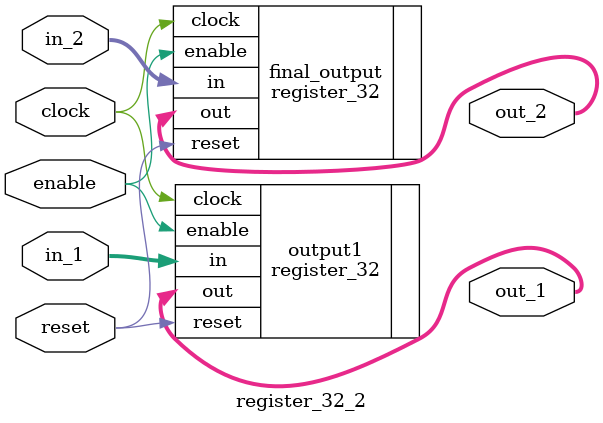
<source format=v>
module register_32_2(in_1, in_2, out_1, out_2, clock, enable, reset);
    input clock, enable, reset;
    input [31:0] in_1, in_2;
    output [31:0] out_1, out_2;

    register_32 output1(.in(in_1), .out(out_1), .clock(clock), .reset(reset), .enable(enable));
    register_32 final_output(.in(in_2), .out(out_2), .clock(clock), .reset(reset), .enable(enable));
endmodule
</source>
